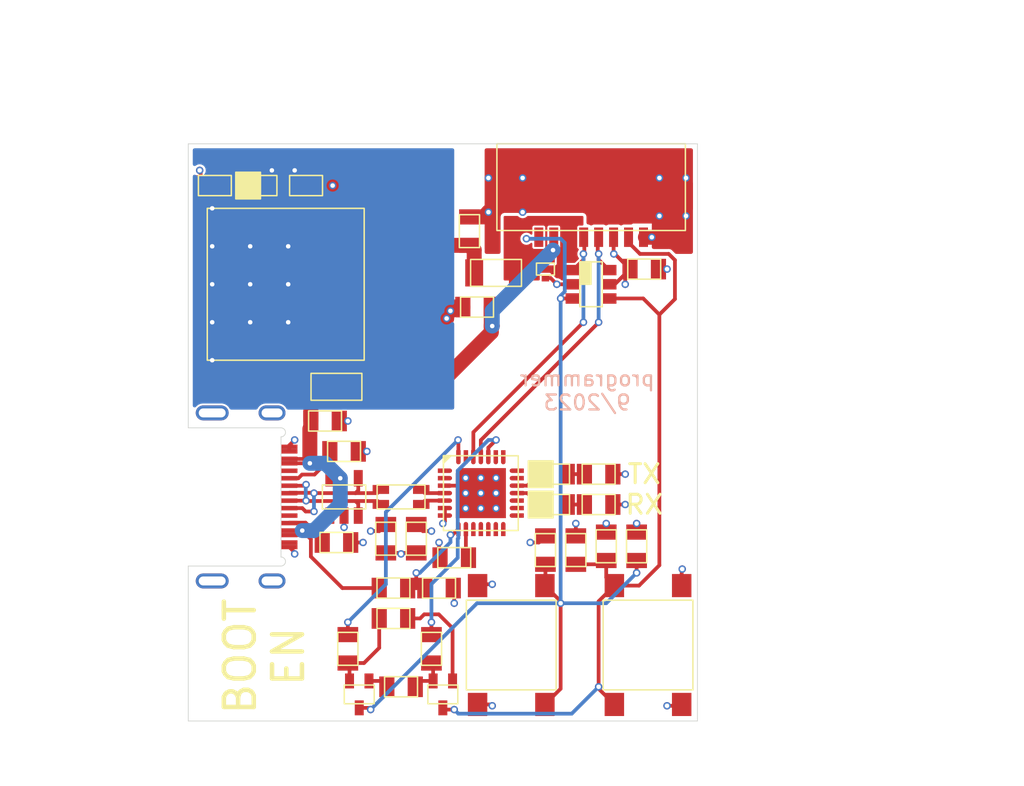
<source format=kicad_pcb>
(kicad_pcb (version 20221018) (generator pcbnew)
  (layers (0 "F.Cu" signal) (1 "In1.Cu" signal) (2 "In2.Cu" signal) (31 "B.Cu" signal) (34 "B.Paste" user) (35 "F.Paste" user) (36 "B.SilkS" user "B.Silkscreen") (37 "F.SilkS" user "F.Silkscreen") (38 "B.Mask" user) (39 "F.Mask" user) (44 "Edge.Cuts" user))
  (net 0 "")
  (net 1 "/Interface/EN")
  (net 2 "/Interface/IO0")
  (net 3 "/Interface/TXD")
  (net 4 "/Interface/RXD")
  (net 5 "Net-(Q1-G)")
  (net 6 "/Reset Logic/~{RTS}")
  (net 7 "Net-(Q2-G)")
  (net 8 "/Reset Logic/~{DTR}")
  (net 9 "/UART/D-")
  (net 10 "/UART/D+")
  (net 11 "GND")
  (net 12 "+3V3")
  (net 13 "+5V")
  (net 14 "VBUS")
  (net 15 "Net-(Q1-S)")
  (net 16 "Net-(Q2-S)")
  (net 17 "Net-(U1-INPUT)")
  (net 18 "Net-(D1-Pad1)")
  (net 19 "Net-(D5-IO1)")
  (net 20 "Net-(D5-IO2)")
  (net 21 "Net-(D4-K)")
  (net 22 "Net-(D4-A)")
  (net 23 "Net-(J2-CC1)")
  (net 25 "Net-(J2-CC2)")
  (net 27 "Net-(U2-~{RST})")
  (net 28 "Net-(U2-VBUS)")
  (net 44 "Net-(D2-K2)")
  (net 45 "Net-(D6-K)")
  (net 46 "Net-(D6-A)")
  (footprint "zandmd:PASSIVE-NPOL-0805" (layer "F.Cu") (at 131.572 65.024 -90)
    (fp_text reference "C9")
    (fp_text value "0.1 uF")
  )
  (footprint "zandmd:PASSIVE-NPOL-0805" (layer "F.Cu") (at 129.032 62.23)
    (fp_text reference "R4")
    (fp_text value "330")
  )
  (footprint "zandmd:PASSIVE-NPOL-0805" (layer "F.Cu") (at 129.032 60.198)
    (fp_text reference "R3")
    (fp_text value "330")
  )
  (footprint "zandmd:PTS645SM43SMTR92 LFS" (layer "F.Cu") (at 123.19 71.628 90)
    (fp_text reference "S1")
    (fp_text value "PTS645SM43SMTR92 LFS")
  )
  (footprint "zandmd:744232090" (layer "F.Cu") (at 115.824 61.722)
    (fp_text reference "T1")
    (fp_text value "744232090")
  )
  (footprint "zandmd:PASSIVE-NPOL-0805" (layer "F.Cu") (at 132.08 46.482 180)
    (fp_text reference "C3")
    (fp_text value "1 uF")
  )
  (footprint "zandmd:PASSIVE-NPOL-0805" (layer "F.Cu") (at 114.808 64.516 90)
    (fp_text reference "C6")
    (fp_text value "4.7 uF")
  )
  (footprint "zandmd:824011" (layer "F.Cu") (at 112.014 61.722)
    (fp_text reference "D5")
    (fp_text value "824011")
  )
  (footprint "zandmd:PASSIVE-NPOL-0805" (layer "F.Cu") (at 118.364 67.818 180)
    (fp_text reference "R10")
    (fp_text value "47k")
  )
  (footprint "zandmd:PASSIVE-NPOL-0805" (layer "F.Cu") (at 112.014 58.674 180)
    (fp_text reference "R2")
    (fp_text value "5.1k")
  )
  (footprint "zandmd:PASSIVE-NPOL-0805" (layer "F.Cu") (at 115.316 67.818 180)
    (fp_text reference "R9")
    (fp_text value "22k")
  )
  (footprint "zandmd:PASSIVE-NPOL-0805" (layer "F.Cu") (at 125.476 65.278 90)
    (fp_text reference "R6")
    (fp_text value "100k")
  )
  (footprint "zandmd:PASSIVE-NPOL-0805" (layer "F.Cu") (at 110.744 56.642 180)
    (fp_text reference "C5")
    (fp_text value "1 uF")
  )
  (footprint "zandmd:DF3A6.8LFV,L3F" (layer "F.Cu") (at 125.476 46.482 180)
    (fp_text reference "D2")
    (fp_text value "DF3A6.8LFV,L3F")
  )
  (footprint "zandmd:PASSIVE-POL-0805" (layer "F.Cu") (at 106.426 40.894)
    (fp_text reference "D1")
    (fp_text value "RED")
  )
  (footprint "zandmd:PTS645SM43SMTR92 LFS" (layer "F.Cu") (at 132.334 71.628 -90)
    (fp_text reference "S2")
    (fp_text value "PTS645SM43SMTR92 LFS")
  )
  (footprint "zandmd:BSS816NWH6327XTSA1" (layer "F.Cu") (at 113.03 74.93 180)
    (fp_text reference "Q1")
    (fp_text value "BSS816NWH6327XTSA1")
  )
  (footprint "zandmd:PASSIVE-NPOL-1206" (layer "F.Cu") (at 122.174 46.736)
    (fp_text reference "F1")
    (fp_text value "3 A")
  )
  (footprint "zandmd:CF25081D0R0-10-NH" (layer "F.Cu") (at 128.532 38.1 180)
    (fp_text reference "J1")
    (fp_text value "CF25081D0R0-10-NH")
  )
  (footprint "zandmd:PASSIVE-NPOL-0805" (layer "F.Cu") (at 115.316 69.85)
    (fp_text reference "R11")
    (fp_text value "10k")
  )
  (footprint "zandmd:PASSIVE-NPOL-0805" (layer "F.Cu") (at 120.396 43.942 -90)
    (fp_text reference "C2")
    (fp_text value "10 uF")
  )
  (footprint "zandmd:PASSIVE-NPOL-0805" (layer "F.Cu") (at 127.508 65.278 90)
    (fp_text reference "R7")
    (fp_text value "100k")
  )
  (footprint "zandmd:PASSIVE-NPOL-0805" (layer "F.Cu") (at 112.268 71.882 -90)
    (fp_text reference "R12")
    (fp_text value "100")
  )
  (footprint "zandmd:PASSIVE-NPOL-0805" (layer "F.Cu") (at 111.506 64.77 180)
    (fp_text reference "R5")
    (fp_text value "5.1k")
  )
  (footprint "zandmd:PASSIVE-NPOL-0805" (layer "F.Cu") (at 109.474 40.894 180)
    (fp_text reference "C1")
    (fp_text value "22 uF")
  )
  (footprint "zandmd:PASSIVE-NPOL-0805" (layer "F.Cu") (at 117.856 71.882 -90)
    (fp_text reference "R13")
    (fp_text value "100")
  )
  (footprint "zandmd:USB4520-03-0-A" (layer "F.Cu") (at 101.6 61.722 -90)
    (fp_text reference "J2")
    (fp_text value "USB4520-03-0-A")
    (fp_line (start -4.62 0) (end -4.62 -6.2) (stroke (width 0.05)) (layer "Edge.Cuts"))
    (fp_line (start -4.02 -6.2) (end 4.02 -6.2) (stroke (width 0.05)) (layer "Edge.Cuts"))
    (fp_line (start 4.62 0) (end 4.62 -6.2) (stroke (width 0.05)) (layer "Edge.Cuts"))
    (fp_arc (start -4.62 -6.2) (mid -4.32 -6.5) (end -4.02 -6.2) (stroke (width 0.05)) (layer "Edge.Cuts"))
    (fp_arc (start 4.02 -6.2) (mid 4.32 -6.5) (end 4.62 -6.2) (stroke (width 0.05)) (layer "Edge.Cuts"))
  )
  (footprint "zandmd:PASSIVE-NPOL-0805" (layer "F.Cu") (at 129.54 65.024 -90)
    (fp_text reference "C8")
    (fp_text value "0.1 uF")
  )
  (footprint "zandmd:BSS816NWH6327XTSA1" (layer "F.Cu") (at 118.618 74.93 180)
    (fp_text reference "Q2")
    (fp_text value "BSS816NWH6327XTSA1")
  )
  (footprint "zandmd:PASSIVE-NPOL-0805" (layer "F.Cu") (at 120.904 49.022)
    (fp_text reference "C4")
    (fp_text value "1 uF")
  )
  (footprint "zandmd:PASSIVE-NPOL-0805" (layer "F.Cu") (at 119.38 65.786 180)
    (fp_text reference "R8")
    (fp_text value "10k")
  )
  (footprint "zandmd:PASSIVE-NPOL-0805" (layer "F.Cu") (at 115.824 74.422 180)
    (fp_text reference "R14")
    (fp_text value "10k")
  )
  (footprint "zandmd:PASSIVE-POL-0805" (layer "F.Cu") (at 125.984 62.23)
    (fp_text reference "D6")
    (fp_text value "ORANGE")
  )
  (footprint "zandmd:PASSIVE-NPOL-0805" (layer "F.Cu") (at 116.84 64.516 90)
    (fp_text reference "C7")
    (fp_text value "0.1 uF")
  )
  (footprint "zandmd:PASSIVE-POL-0805" (layer "F.Cu") (at 125.984 60.198)
    (fp_text reference "D4")
    (fp_text value "YELLOW")
  )
  (footprint "zandmd:PASSIVE-NPOL-1206" (layer "F.Cu") (at 111.506 54.356)
    (fp_text reference "F2")
    (fp_text value "3 A")
  )
  (footprint "zandmd:CM1293A-04SO" (layer "F.Cu") (at 128.524 47.498 -90)
    (fp_text reference "D3")
    (fp_text value "CM1293A-04SO")
  )
  (footprint "zandmd:CP2102N-A02-GQFN28" (layer "F.Cu") (at 121.158 61.468)
    (fp_text reference "U2")
    (fp_text value "CP2102N-A02-GQFN28")
  )
  (footprint "zandmd:AZ1084CS2-3.3TRE1" (layer "F.Cu") (at 110.49 47.498)
    (fp_text reference "U1")
    (fp_text value "AZ1084CS2-3.3TRE1")
  )
  (footprint "zandmd:PASSIVE-NPOL-0805" (layer "F.Cu") (at 103.378 40.894)
    (fp_text reference "R1")
    (fp_text value "330")
  )
  (gr_line (start 101.6 38.1) (end 101.6 57.102) (stroke (width 0.05)) (layer "Edge.Cuts"))
  (gr_line (start 101.6 66.342) (end 101.6 76.708) (stroke (width 0.05)) (layer "Edge.Cuts"))
  (gr_line (start 135.636 38.1) (end 135.636 76.708) (stroke (width 0.05)) (layer "Edge.Cuts"))
  (gr_line (start 101.6 76.708) (end 135.636 76.708) (stroke (width 0.05)) (layer "Edge.Cuts"))
  (gr_line (start 135.636 38.1) (end 101.6 38.1) (stroke (width 0.05)) (layer "Edge.Cuts"))
  (gr_text "programmer\n9/2023" (at 128.27 54.61) (layer "B.SilkS") (effects (font (size 1 1) (thickness 0.153)) (justify mirror)))
  (gr_text "BOOT\nEN" (at 106.68 72.39 90) (layer "F.SilkS") (effects (font (size 2 2) (thickness 0.3))))
  (gr_text "TX\nRX" (at 132.08 61.214) (layer "F.SilkS") (effects (font (size 1.27 1.27) (thickness 0.2))))
  (segment (start 129.032 74.422) (end 129.032 74.551) (width 0.25) (layer "F.Cu") (net 1))
  (segment (start 133.092 49.526) (end 132.014 48.448) (width 0.25) (layer "F.Cu") (net 1))
  (segment (start 129.54 67.109) (end 130.084 67.653) (width 0.25) (layer "F.Cu") (net 1))
  (segment (start 131.733 67.653) (end 133.092 66.294) (width 0.25) (layer "F.Cu") (net 1))
  (segment (start 118.734 75.946) (end 118.618 75.83) (width 0.25) (layer "F.Cu") (net 1))
  (segment (start 133.092 66.294) (end 133.092 49.526) (width 0.25) (layer "F.Cu") (net 1))
  (segment (start 131.032 44.7) (end 131.798 45.466) (width 0.25) (layer "F.Cu") (net 1))
  (segment (start 119.38 75.946) (end 118.734 75.946) (width 0.25) (layer "F.Cu") (net 1))
  (segment (start 129.54 65.9745) (end 129.54 67.109) (width 0.25) (layer "F.Cu") (net 1))
  (segment (start 133.71705 45.466) (end 134.133 45.88195) (width 0.25) (layer "F.Cu") (net 1))
  (segment (start 132.014 48.448) (end 129.724 48.448) (width 0.25) (layer "F.Cu") (net 1))
  (segment (start 134.133 48.485) (end 133.092 49.526) (width 0.25) (layer "F.Cu") (net 1))
  (segment (start 131.798 45.466) (end 133.71705 45.466) (width 0.25) (layer "F.Cu") (net 1))
  (segment (start 130.084 67.653) (end 131.733 67.653) (width 0.25) (layer "F.Cu") (net 1))
  (segment (start 129.032 74.551) (end 130.084 75.603) (width 0.25) (layer "F.Cu") (net 1))
  (segment (start 130.084 67.653) (end 129.032 68.705) (width 0.25) (layer "F.Cu") (net 1))
  (segment (start 129.032 68.705) (end 129.032 74.422) (width 0.25) (layer "F.Cu") (net 1))
  (segment (start 127.508 66.2285) (end 129.54 66.2285) (width 0.25) (layer "F.Cu") (net 1))
  (segment (start 134.133 45.88195) (end 134.133 48.485) (width 0.25) (layer "F.Cu") (net 1))
  (segment (start 131.032 44.35) (end 131.032 44.7) (width 0.25) (layer "F.Cu") (net 1))
  (via (at 119.38 75.946) (size 0.5) (drill 0.3) (layers "F.Cu" "B.Cu") (net 1))
  (via (at 129.032 74.422) (size 0.5) (drill 0.3) (layers "F.Cu" "B.Cu") (net 1))
  (segment (start 119.655 76.221) (end 127.233 76.221) (width 0.25) (layer "B.Cu") (net 1))
  (segment (start 127.233 76.221) (end 129.032 74.422) (width 0.25) (layer "B.Cu") (net 1))
  (segment (start 119.38 75.946) (end 119.655 76.221) (width 0.25) (layer "B.Cu") (net 1))
  (segment (start 125.476 67.617) (end 125.44 67.653) (width 0.25) (layer "F.Cu") (net 2))
  (segment (start 124.206 44.45) (end 124.932 44.45) (width 0.25) (layer "F.Cu") (net 2))
  (segment (start 126.492 74.551) (end 125.44 75.603) (width 0.25) (layer "F.Cu") (net 2))
  (segment (start 125.44 67.653) (end 126.492 68.705) (width 0.25) (layer "F.Cu") (net 2))
  (segment (start 131.572 66.802) (end 131.572 65.9745) (width 0.25) (layer "F.Cu") (net 2))
  (segment (start 126.492 68.834) (end 126.492 74.551) (width 0.25) (layer "F.Cu") (net 2))
  (segment (start 126.492 68.705) (end 126.492 68.834) (width 0.25) (layer "F.Cu") (net 2))
  (segment (start 113.03 75.83) (end 113.676 75.83) (width 0.25) (layer "F.Cu") (net 2))
  (segment (start 124.932 44.45) (end 125.032 44.35) (width 0.25) (layer "F.Cu") (net 2))
  (segment (start 126.492 48.448) (end 127.324 48.448) (width 0.25) (layer "F.Cu") (net 2))
  (segment (start 125.476 66.2285) (end 125.476 67.617) (width 0.25) (layer "F.Cu") (net 2))
  (segment (start 113.676 75.83) (end 113.792 75.946) (width 0.25) (layer "F.Cu") (net 2))
  (via (at 131.572 66.802) (size 0.5) (drill 0.3) (layers "F.Cu" "B.Cu") (net 2))
  (via (at 126.492 48.448) (size 0.5) (drill 0.3) (layers "F.Cu" "B.Cu") (net 2))
  (via (at 113.792 75.946) (size 0.5) (drill 0.3) (layers "F.Cu" "B.Cu") (net 2))
  (via (at 124.206 44.45) (size 0.5) (drill 0.3) (layers "F.Cu" "B.Cu") (net 2))
  (via (at 126.492 68.834) (size 0.5) (drill 0.3) (layers "F.Cu" "B.Cu") (net 2))
  (segment (start 120.904 68.834) (end 126.492 68.834) (width 0.25) (layer "B.Cu") (net 2))
  (segment (start 126.492 48.448) (end 126.492 68.834) (width 0.25) (layer "B.Cu") (net 2))
  (segment (start 126.492 48.448) (end 126.492 48.26) (width 0.25) (layer "B.Cu") (net 2))
  (segment (start 126.492 68.834) (end 129.54 68.834) (width 0.25) (layer "B.Cu") (net 2))
  (segment (start 126.767 47.985) (end 126.767 44.725) (width 0.25) (layer "B.Cu") (net 2))
  (segment (start 126.767 44.725) (end 126.492 44.45) (width 0.25) (layer "B.Cu") (net 2))
  (segment (start 129.54 68.834) (end 131.572 66.802) (width 0.25) (layer "B.Cu") (net 2))
  (segment (start 126.492 44.45) (end 124.206 44.45) (width 0.25) (layer "B.Cu") (net 2))
  (segment (start 126.492 48.26) (end 126.767 47.985) (width 0.25) (layer "B.Cu") (net 2))
  (segment (start 113.792 75.946) (end 120.904 68.834) (width 0.25) (layer "B.Cu") (net 2))
  (segment (start 128.076 44.394) (end 128.076 45.406) (width 0.25) (layer "F.Cu") (net 3))
  (segment (start 120.658 59.068) (end 120.658 57.396) (width 0.25) (layer "F.Cu") (net 3))
  (segment (start 128.076 45.406) (end 128.016 45.466) (width 0.25) (layer "F.Cu") (net 3))
  (segment (start 128.032 44.35) (end 128.076 44.394) (width 0.25) (layer "F.Cu") (net 3))
  (segment (start 128.016 45.466) (end 128.016 45.856) (width 0.25) (layer "F.Cu") (net 3))
  (segment (start 128.016 45.856) (end 127.324 46.548) (width 0.25) (layer "F.Cu") (net 3))
  (segment (start 120.658 57.396) (end 128.016 50.038) (width 0.25) (layer "F.Cu") (net 3))
  (via (at 128.016 45.466) (size 0.5) (drill 0.3) (layers "F.Cu" "B.Cu") (net 3))
  (via (at 128.016 50.038) (size 0.5) (drill 0.3) (layers "F.Cu" "B.Cu") (net 3))
  (segment (start 128.016 45.466) (end 128.016 50.038) (width 0.25) (layer "B.Cu") (net 3))
  (segment (start 129.032 45.466) (end 129.032 45.856) (width 0.25) (layer "F.Cu") (net 4))
  (segment (start 128.972 44.41) (end 128.972 45.406) (width 0.25) (layer "F.Cu") (net 4))
  (segment (start 128.972 50.098) (end 129.032 50.038) (width 0.25) (layer "F.Cu") (net 4))
  (segment (start 121.158 59.068) (end 121.158 57.925881) (width 0.25) (layer "F.Cu") (net 4))
  (segment (start 128.972 50.11188) (end 128.972 50.098) (width 0.25) (layer "F.Cu") (net 4))
  (segment (start 128.972 45.406) (end 129.032 45.466) (width 0.25) (layer "F.Cu") (net 4))
  (segment (start 129.032 45.856) (end 129.724 46.548) (width 0.25) (layer "F.Cu") (net 4))
  (segment (start 121.158 57.925881) (end 128.972 50.11188) (width 0.25) (layer "F.Cu") (net 4))
  (segment (start 129.032 44.35) (end 128.972 44.41) (width 0.25) (layer "F.Cu") (net 4))
  (via (at 129.032 45.466) (size 0.5) (drill 0.3) (layers "F.Cu" "B.Cu") (net 4))
  (via (at 129.032 50.038) (size 0.5) (drill 0.3) (layers "F.Cu" "B.Cu") (net 4))
  (segment (start 129.032 45.466) (end 129.032 50.038) (width 0.25) (layer "B.Cu") (net 4))
  (segment (start 114.4815 74.03) (end 114.8735 74.422) (width 0.25) (layer "F.Cu") (net 5))
  (segment (start 113.68 74.03) (end 114.4815 74.03) (width 0.25) (layer "F.Cu") (net 5))
  (segment (start 122.174 57.912) (end 121.658 58.428) (width 0.25) (layer "F.Cu") (net 6))
  (segment (start 121.658 58.428) (end 121.658 59.068) (width 0.25) (layer "F.Cu") (net 6))
  (segment (start 117.856 70.104) (end 117.856 70.9315) (width 0.25) (layer "F.Cu") (net 6))
  (via (at 117.856 70.104) (size 0.5) (drill 0.3) (layers "F.Cu" "B.Cu") (net 6))
  (via (at 122.174 57.912) (size 0.5) (drill 0.3) (layers "F.Cu" "B.Cu") (net 6))
  (segment (start 121.666 57.912) (end 122.174 57.912) (width 0.25) (layer "B.Cu") (net 6))
  (segment (start 117.856 70.104) (end 117.856 67.550119) (width 0.25) (layer "B.Cu") (net 6))
  (segment (start 119.655 64.481119) (end 119.655 64.042881) (width 0.25) (layer "B.Cu") (net 6))
  (segment (start 119.613 59.965) (end 121.666 57.912) (width 0.25) (layer "B.Cu") (net 6))
  (segment (start 119.613 64.000881) (end 119.613 59.965) (width 0.25) (layer "B.Cu") (net 6))
  (segment (start 117.856 67.550119) (end 119.613 65.793119) (width 0.25) (layer "B.Cu") (net 6))
  (segment (start 119.613 65.793119) (end 119.613 64.523119) (width 0.25) (layer "B.Cu") (net 6))
  (segment (start 119.613 64.523119) (end 119.655 64.481119) (width 0.25) (layer "B.Cu") (net 6))
  (segment (start 119.655 64.042881) (end 119.613 64.000881) (width 0.25) (layer "B.Cu") (net 6))
  (segment (start 116.2665 69.85) (end 117.100941 69.85) (width 0.25) (layer "F.Cu") (net 7))
  (segment (start 117.375941 69.575) (end 118.343 69.575) (width 0.25) (layer "F.Cu") (net 7))
  (segment (start 118.343 69.575) (end 119.268 70.5) (width 0.25) (layer "F.Cu") (net 7))
  (segment (start 119.268 70.5) (end 119.268 74.03) (width 0.25) (layer "F.Cu") (net 7))
  (segment (start 117.100941 69.85) (end 117.375941 69.575) (width 0.25) (layer "F.Cu") (net 7))
  (segment (start 119.658 57.936) (end 119.658 59.068) (width 0.25) (layer "F.Cu") (net 8))
  (segment (start 119.634 57.912) (end 119.658 57.936) (width 0.25) (layer "F.Cu") (net 8))
  (segment (start 112.268 70.104) (end 112.268 70.9315) (width 0.25) (layer "F.Cu") (net 8))
  (via (at 119.634 57.912) (size 0.5) (drill 0.3) (layers "F.Cu" "B.Cu") (net 8))
  (via (at 112.268 70.104) (size 0.5) (drill 0.3) (layers "F.Cu" "B.Cu") (net 8))
  (segment (start 114.808 62.738) (end 114.808 67.564) (width 0.25) (layer "B.Cu") (net 8))
  (segment (start 119.634 57.912) (end 114.808 62.738) (width 0.25) (layer "B.Cu") (net 8))
  (segment (start 114.808 67.564) (end 112.268 70.104) (width 0.25) (layer "B.Cu") (net 8))
  (segment (start 118.758 61.968) (end 117.428 61.968) (width 0.25) (layer "F.Cu") (net 9))
  (segment (start 117.428 61.968) (end 117.174 62.222) (width 0.25) (layer "F.Cu") (net 9))
  (segment (start 118.758 61.468) (end 117.42 61.468) (width 0.25) (layer "F.Cu") (net 10))
  (segment (start 117.42 61.468) (end 117.174 61.222) (width 0.25) (layer "F.Cu") (net 10))
  (segment (start 121.666 42.666) (end 122.732 41.6) (width 1) (layer "F.Cu") (net 11))
  (segment (start 133.604 75.692) (end 134.495 75.692) (width 0.25) (layer "F.Cu") (net 11))
  (segment (start 121.3465 42.9915) (end 121.666 42.672) (width 1) (layer "F.Cu") (net 11))
  (segment (start 115.7585 65.4665) (end 115.824 65.532) (width 0.25) (layer "F.Cu") (net 11))
  (segment (start 121.029 67.564) (end 120.94 67.653) (width 0.25) (layer "F.Cu") (net 11))
  (segment (start 131.572 64.3275) (end 131.572 63.5) (width 0.25) (layer "F.Cu") (net 11))
  (segment (start 119.38 67.8835) (end 119.3145 67.818) (width 0.25) (layer "F.Cu") (net 11))
  (segment (start 134.62 66.548) (end 134.584 66.584) (width 0.25) (layer "F.Cu") (net 11))
  (segment (start 119.126 49.276) (end 119.38 49.022) (width 1) (layer "F.Cu") (net 11))
  (segment (start 116.96 50.038) (end 118.364 50.038) (width 1) (layer "F.Cu") (net 11))
  (segment (start 111.252 40.894) (end 110.4245 40.894) (width 1) (layer "F.Cu") (net 11))
  (segment (start 121.666 42.672) (end 121.666 42.666) (width 1) (layer "F.Cu") (net 11))
  (segment (start 119.126 49.276) (end 118.872 49.53) (width 1) (layer "F.Cu") (net 11))
  (segment (start 119.38 68.834) (end 119.38 67.8835) (width 0.25) (layer "F.Cu") (net 11))
  (segment (start 118.618 49.784) (end 118.872 49.784) (width 1) (layer "F.Cu") (net 11))
  (segment (start 129.54 64.3275) (end 129.54 63.5) (width 0.25) (layer "F.Cu") (net 11))
  (segment (start 121.831 75.603) (end 120.94 75.603) (width 0.25) (layer "F.Cu") (net 11))
  (segment (start 118.872 49.53) (end 118.872 49.784) (width 1) (layer "F.Cu") (net 11))
  (segment (start 115.8895 65.4665) (end 115.824 65.532) (width 0.25) (layer "F.Cu") (net 11))
  (segment (start 127.324 47.498) (end 126.238 47.498) (width 0.25) (layer "F.Cu") (net 11))
  (segment (start 113.284 64.77) (end 112.4565 64.77) (width 0.25) (layer "F.Cu") (net 11))
  (segment (start 114.808 65.4665) (end 115.7585 65.4665) (width 0.25) (layer "F.Cu") (net 11))
  (segment (start 125.822 47.082) (end 126.238 47.498) (width 0.25) (layer "F.Cu") (net 11))
  (segment (start 120.396 42.9915) (end 121.3465 42.9915) (width 1) (layer "F.Cu") (net 11))
  (segment (start 108.35 58.274) (end 108.35 58.672) (width 0.25) (layer "F.Cu") (net 11))
  (segment (start 118.364 50.038) (end 118.618 49.784) (width 1) (layer "F.Cu") (net 11))
  (segment (start 122.724 41.6) (end 122.23 41.6) (width 0.25) (layer "F.Cu") (net 11))
  (segment (start 118.758 60.968) (end 120.658 60.968) (width 0.25) (layer "F.Cu") (net 11))
  (segment (start 108.712 65.434) (end 108.35 65.072) (width 0.25) (layer "F.Cu") (net 11))
  (segment (start 134.584 66.584) (end 134.584 67.653) (width 0.25) (layer "F.Cu") (net 11))
  (segment (start 133.0305 46.482) (end 133.604 46.482) (width 0.25) (layer "F.Cu") (net 11))
  (segment (start 112.014 62.972) (end 112.014 63.754) (width 0.25) (layer "F.Cu") (net 11))
  (segment (start 102.362 39.878) (end 102.4275 39.9435) (width 0.25) (layer "F.Cu") (net 11))
  (segment (start 120.658 60.968) (end 121.158 61.468) (width 0.25) (layer "F.Cu") (net 11))
  (segment (start 108.712 57.912) (end 108.35 58.274) (width 0.25) (layer "F.Cu") (net 11))
  (segment (start 108.712 65.532) (end 108.712 65.434) (width 0.25) (layer "F.Cu") (net 11))
  (segment (start 121.66 42.672) (end 121.666 42.672) (width 0.25) (layer "F.Cu") (net 11))
  (segment (start 116.84 65.4665) (end 115.8895 65.4665) (width 0.25) (layer "F.Cu") (net 11))
  (segment (start 132.588 44.35) (end 132.159 44.35) (width 1) (layer "F.Cu") (net 11))
  (segment (start 102.4275 39.9435) (end 102.4275 40.894) (width 0.25) (layer "F.Cu") (net 11))
  (segment (start 121.92 67.564) (end 121.029 67.564) (width 0.25) (layer "F.Cu") (net 11))
  (segment (start 121.92 75.692) (end 121.831 75.603) (width 0.25) (layer "F.Cu") (net 11))
  (segment (start 119.38 49.022) (end 119.9535 49.022) (width 1) (layer "F.Cu") (net 11))
  (segment (start 111.6945 56.642) (end 112.268 56.642) (width 0.25) (layer "F.Cu") (net 11))
  (segment (start 125.476 47.082) (end 125.822 47.082) (width 0.25) (layer "F.Cu") (net 11))
  (segment (start 134.495 75.692) (end 134.584 75.603) (width 0.25) (layer "F.Cu") (net 11))
  (via (at 133.096 40.386) (size 0.5) (drill 0.3) (layers "F.Cu" "B.Cu") (net 11))
  (via (at 133.096 42.926) (size 0.5) (drill 0.3) (layers "F.Cu" "B.Cu") (net 11))
  (via (at 108.712 65.532) (size 0.5) (drill 0.3) (layers "F.Cu" "B.Cu") (net 11))
  (via (at 134.874 42.926) (size 0.5) (drill 0.3) (layers "F.Cu" "B.Cu") (net 11))
  (via (at 102.362 39.878) (size 0.5) (drill 0.3) (layers "F.Cu" "B.Cu") (net 11))
  (via (at 122.174 60.452) (size 0.5) (drill 0.3) (layers "F.Cu" "B.Cu") (net 11))
  (via (at 129.54 63.5) (size 0.5) (drill 0.3) (layers "F.Cu" "B.Cu") (net 11))
  (via (at 121.158 60.452) (size 0.5) (drill 0.3) (layers "F.Cu" "B.Cu") (net 11))
  (via (at 113.284 64.77) (size 0.5) (drill 0.3) (layers "F.Cu" "B.Cu") (net 11))
  (via (at 134.62 66.548) (size 0.5) (drill 0.3) (layers "F.Cu" "B.Cu") (net 11))
  (via (at 131.572 63.5) (size 0.5) (drill 0.3) (layers "F.Cu" "B.Cu") (net 11))
  (via (at 133.604 46.482) (size 0.5) (drill 0.3) (layers "F.Cu" "B.Cu") (net 11))
  (via (at 122.174 62.484) (size 0.5) (drill 0.3) (layers "F.Cu" "B.Cu") (net 11))
  (via (at 123.952 40.386) (size 0.5) (drill 0.3) (layers "F.Cu" "B.Cu") (net 11))
  (via (at 133.604 75.692) (size 0.5) (drill 0.3) (layers "F.Cu" "B.Cu") (net 11))
  (via (at 121.158 62.484) (size 0.5) (drill 0.3) (layers "F.Cu" "B.Cu") (net 11))
  (via (at 108.712 57.912) (size 0.5) (drill 0.3) (layers "F.Cu" "B.Cu") (net 11))
  (via (at 122.174 61.468) (size 0.5) (drill 0.3) (layers "F.Cu" "B.Cu") (net 11))
  (via (at 121.666 42.672) (size 0.5) (drill 0.3) (layers "F.Cu" "B.Cu") (net 11))
  (via (at 134.874 40.386) (size 0.5) (drill 0.3) (layers "F.Cu" "B.Cu") (net 11))
  (via (at 121.666 40.386) (size 0.5) (drill 0.3) (layers "F.Cu" "B.Cu") (net 11))
  (via (at 121.92 75.692) (size 0.5) (drill 0.3) (layers "F.Cu" "B.Cu") (net 11))
  (via (at 132.588 44.35) (size 0.5) (drill 0.3) (layers "F.Cu" "B.Cu") (net 11))
  (via (at 119.38 68.834) (size 0.5) (drill 0.3) (layers "F.Cu" "B.Cu") (net 11))
  (via (at 126.238 47.498) (size 0.5) (drill 0.3) (layers "F.Cu" "B.Cu") (net 11))
  (via (at 120.142 61.468) (size 0.5) (drill 0.3) (layers "F.Cu" "B.Cu") (net 11))
  (via (at 112.268 56.642) (size 0.5) (drill 0.3) (layers "F.Cu" "B.Cu") (net 11))
  (via (at 113.538 58.674) (size 0.5) (drill 0.3) (layers "F.Cu" "B.Cu") (net 11))
  (via (at 120.142 60.452) (size 0.5) (drill 0.3) (layers "F.Cu" "B.Cu") (net 11))
  (via (at 112.014 63.754) (size 0.5) (drill 0.3) (layers "F.Cu" "B.Cu") (net 11))
  (via (at 123.952 42.672) (size 0.5) (drill 0.3) (layers "F.Cu" "B.Cu") (net 11))
  (via (at 121.92 67.564) (size 0.5) (drill 0.3) (layers "F.Cu" "B.Cu") (net 11))
  (via (at 119.126 49.276) (size 0.5) (drill 0.3) (layers "F.Cu" "B.Cu") (net 11))
  (via (at 121.158 61.468) (size 0.5) (drill 0.3) (layers "F.Cu" "B.Cu") (net 11))
  (via (at 118.872 49.784) (size 0.5) (drill 0.3) (layers "F.Cu" "B.Cu") (net 11))
  (via (at 115.824 65.532) (size 0.5) (drill 0.3) (layers "F.Cu" "B.Cu") (net 11))
  (via (at 111.252 40.894) (size 0.5) (drill 0.3) (layers "F.Cu" "B.Cu") (net 11))
  (via (at 120.142 62.484) (size 0.5) (drill 0.3) (layers "F.Cu" "B.Cu") (net 11))
  (segment (start 130.81 46.8015) (end 131.1295 46.482) (width 0.25) (layer "F.Cu") (net 12))
  (segment (start 125.0335 64.77) (end 125.476 64.3275) (width 0.25) (layer "F.Cu") (net 12))
  (segment (start 113.792 64.008) (end 114.3655 64.008) (width 0.25) (layer "F.Cu") (net 12))
  (segment (start 118.364 64.77) (end 118.364 65.7205) (width 0.25) (layer "F.Cu") (net 12))
  (segment (start 130.032 44.35) (end 130.032 45.3845) (width 0.25) (layer "F.Cu") (net 12))
  (segment (start 118.364 65.7205) (end 118.4295 65.786) (width 0.25) (layer "F.Cu") (net 12))
  (segment (start 117.856 64.008) (end 117.2825 64.008) (width 0.25) (layer "F.Cu") (net 12))
  (segment (start 130.81 62.23) (end 129.9825 62.23) (width 0.25) (layer "F.Cu") (net 12))
  (segment (start 107.188 40.7055) (end 107.3765 40.894) (width 0.25) (layer "F.Cu") (net 12))
  (segment (start 117.2825 64.008) (end 116.84 63.5655) (width 0.25) (layer "F.Cu") (net 12))
  (segment (start 130.81 47.498) (end 130.81 46.8015) (width 0.25) (layer "F.Cu") (net 12))
  (segment (start 118.758 63.36) (end 118.618 63.5) (width 0.25) (layer "F.Cu") (net 12))
  (segment (start 118.758 62.968) (end 118.758 63.36) (width 0.25) (layer "F.Cu") (net 12))
  (segment (start 124.46 64.77) (end 125.0335 64.77) (width 0.25) (layer "F.Cu") (net 12))
  (segment (start 118.758 62.468) (end 118.758 62.968) (width 0.25) (layer "F.Cu") (net 12))
  (segment (start 114.3655 64.008) (end 114.808 63.5655) (width 0.25) (layer "F.Cu") (net 12))
  (segment (start 129.724 47.498) (end 130.1135 47.498) (width 0.25) (layer "F.Cu") (net 12))
  (segment (start 107.188 39.878) (end 107.188 40.7055) (width 0.25) (layer "F.Cu") (net 12))
  (segment (start 108.5235 40.894) (end 108.5235 40.0665) (width 1) (layer "F.Cu") (net 12))
  (segment (start 130.81 60.198) (end 129.9825 60.198) (width 0.25) (layer "F.Cu") (net 12))
  (segment (start 127.508 63.5) (end 127.508 64.3275) (width 0.25) (layer "F.Cu") (net 12))
  (segment (start 130.1135 47.498) (end 131.1295 46.482) (width 0.25) (layer "F.Cu") (net 12))
  (segment (start 130.032 45.3845) (end 131.1295 46.482) (width 0.25) (layer "F.Cu") (net 12))
  (segment (start 108.5235 40.0665) (end 108.712 39.878) (width 1) (layer "F.Cu") (net 12))
  (via (at 105.74 44.958) (size 0.5) (drill 0.3) (layers "F.Cu" "B.Cu") (net 12))
  (via (at 118.618 63.5) (size 0.5) (drill 0.3) (layers "F.Cu" "B.Cu") (net 12))
  (via (at 108.28 47.498) (size 0.5) (drill 0.3) (layers "F.Cu" "B.Cu") (net 12))
  (via (at 108.712 39.878) (size 0.5) (drill 0.3) (layers "F.Cu" "B.Cu") (net 12))
  (via (at 108.28 50.038) (size 0.5) (drill 0.3) (layers "F.Cu" "B.Cu") (net 12))
  (via (at 118.364 64.77) (size 0.5) (drill 0.3) (layers "F.Cu" "B.Cu") (net 12))
  (via (at 107.188 39.878) (size 0.5) (drill 0.3) (layers "F.Cu" "B.Cu") (net 12))
  (via (at 103.2 50.038) (size 0.5) (drill 0.3) (layers "F.Cu" "B.Cu") (net 12))
  (via (at 113.792 64.008) (size 0.5) (drill 0.3) (layers "F.Cu" "B.Cu") (net 12))
  (via (at 127.508 63.5) (size 0.5) (drill 0.3) (layers "F.Cu" "B.Cu") (net 12))
  (via (at 105.74 50.038) (size 0.5) (drill 0.3) (layers "F.Cu" "B.Cu") (net 12))
  (via (at 124.46 64.77) (size 0.5) (drill 0.3) (layers "F.Cu" "B.Cu") (net 12))
  (via (at 105.74 47.498) (size 0.5) (drill 0.3) (layers "F.Cu" "B.Cu") (net 12))
  (via (at 130.81 47.498) (size 0.5) (drill 0.3) (layers "F.Cu" "B.Cu") (net 12))
  (via (at 103.2 52.578) (size 0.5) (drill 0.3) (layers "F.Cu" "B.Cu") (net 12))
  (via (at 130.81 60.198) (size 0.5) (drill 0.3) (layers "F.Cu" "B.Cu") (net 12))
  (via (at 103.2 42.418) (size 0.5) (drill 0.3) (layers "F.Cu" "B.Cu") (net 12))
  (via (at 117.856 64.008) (size 0.5) (drill 0.3) (layers "F.Cu" "B.Cu") (net 12))
  (via (at 108.28 44.958) (size 0.5) (drill 0.3) (layers "F.Cu" "B.Cu") (net 12))
  (via (at 103.2 47.498) (size 0.5) (drill 0.3) (layers "F.Cu" "B.Cu") (net 12))
  (via (at 130.048 45.466) (size 0.5) (drill 0.3) (layers "F.Cu" "B.Cu") (net 12))
  (via (at 103.2 44.958) (size 0.5) (drill 0.3) (layers "F.Cu" "B.Cu") (net 12))
  (via (at 130.81 62.23) (size 0.5) (drill 0.3) (layers "F.Cu" "B.Cu") (net 12))
  (segment (start 125.876 45.32) (end 125.984 45.212) (width 0.25) (layer "F.Cu") (net 13))
  (segment (start 125.876 44.506) (end 126.032 44.35) (width 0.25) (layer "F.Cu") (net 13))
  (segment (start 121.92 50.292) (end 121.8545 50.2265) (width 1) (layer "F.Cu") (net 13))
  (segment (start 121.8545 50.71275) (end 121.8545 50.3575) (width 1) (layer "F.Cu") (net 13))
  (segment (start 112.9661 54.356) (end 118.21125 54.356) (width 1) (layer "F.Cu") (net 13))
  (segment (start 118.21125 54.356) (end 121.8545 50.71275) (width 1) (layer "F.Cu") (net 13))
  (segment (start 125.876 45.882) (end 125.876 45.32) (width 0.25) (layer "F.Cu") (net 13))
  (segment (start 121.8545 50.3575) (end 121.92 50.292) (width 1) (layer "F.Cu") (net 13))
  (segment (start 121.8545 50.2265) (end 121.8545 49.022) (width 1) (layer "F.Cu") (net 13))
  (segment (start 125.984 45.212) (end 125.876 45.104) (width 0.25) (layer "F.Cu") (net 13))
  (segment (start 125.876 45.104) (end 125.876 44.506) (width 0.25) (layer "F.Cu") (net 13))
  (via (at 125.984 45.212) (size 0.5) (drill 0.3) (layers "F.Cu" "B.Cu") (net 13))
  (via (at 121.92 50.292) (size 0.5) (drill 0.3) (layers "F.Cu" "B.Cu") (net 13))
  (segment (start 121.92 49.276) (end 125.984 45.212) (width 1) (layer "B.Cu") (net 13))
  (segment (start 121.92 50.292) (end 121.92 49.276) (width 1) (layer "B.Cu") (net 13))
  (segment (start 109.7935 56.642) (end 109.7935 54.6084) (width 1) (layer "F.Cu") (net 14))
  (segment (start 109.728 59.472) (end 109.728 59.182) (width 0.25) (layer "F.Cu") (net 14))
  (segment (start 109.22 63.972) (end 108.35 63.972) (width 0.25) (layer "F.Cu") (net 14))
  (segment (start 111.76 60.472) (end 111.064 60.472) (width 0.25) (layer "F.Cu") (net 14))
  (segment (start 109.728 59.182) (end 109.728 57.166511) (width 1) (layer "F.Cu") (net 14))
  (segment (start 109.728 59.182) (end 108.36 59.182) (width 0.25) (layer "F.Cu") (net 14))
  (segment (start 114.3655 67.818) (end 111.90095 67.818) (width 0.25) (layer "F.Cu") (net 14))
  (segment (start 109.728 59.472) (end 108.35 59.472) (width 0.25) (layer "F.Cu") (net 14))
  (segment (start 109.464 64.272) (end 108.35 64.272) (width 0.25) (layer "F.Cu") (net 14))
  (segment (start 111.90095 67.818) (end 109.7957 65.71275) (width 0.25) (layer "F.Cu") (net 14))
  (segment (start 109.7957 64.5477) (end 109.492 64.244) (width 0.25) (layer "F.Cu") (net 14))
  (segment (start 109.492 64.244) (end 109.22 63.972) (width 0.25) (layer "F.Cu") (net 14))
  (segment (start 109.492 64.244) (end 109.464 64.272) (width 0.25) (layer "F.Cu") (net 14))
  (segment (start 109.7935 54.6084) (end 110.0459 54.356) (width 1) (layer "F.Cu") (net 14))
  (segment (start 108.36 59.182) (end 108.35 59.172) (width 0.25) (layer "F.Cu") (net 14))
  (segment (start 109.7957 65.71275) (end 109.7957 64.5477) (width 0.25) (layer "F.Cu") (net 14))
  (via (at 111.76 60.472) (size 0.5) (drill 0.3) (layers "F.Cu" "B.Cu") (net 14))
  (via (at 109.728 59.472) (size 0.5) (drill 0.3) (layers "F.Cu" "B.Cu") (net 14))
  (via (at 109.22 63.972) (size 0.5) (drill 0.3) (layers "F.Cu" "B.Cu") (net 14))
  (segment (start 111.76 62.21745) (end 111.76 60.472) (width 1) (layer "B.Cu") (net 14))
  (segment (start 109.22 63.972) (end 110.00545 63.972) (width 1) (layer "B.Cu") (net 14))
  (segment (start 109.728 59.472) (end 110.76 59.472) (width 1) (layer "B.Cu") (net 14))
  (segment (start 110.76 59.472) (end 111.76 60.472) (width 1) (layer "B.Cu") (net 14))
  (segment (start 110.00545 63.972) (end 111.76 62.21745) (width 1) (layer "B.Cu") (net 14))
  (segment (start 113.3495 72.8325) (end 112.268 72.8325) (width 0.25) (layer "F.Cu") (net 15))
  (segment (start 112.38 72.9445) (end 112.268 72.8325) (width 0.25) (layer "F.Cu") (net 15))
  (segment (start 114.3655 69.85) (end 114.3655 71.8165) (width 0.25) (layer "F.Cu") (net 15))
  (segment (start 114.3655 71.8165) (end 113.3495 72.8325) (width 0.25) (layer "F.Cu") (net 15))
  (segment (start 112.38 74.03) (end 112.38 72.9445) (width 0.25) (layer "F.Cu") (net 15))
  (segment (start 117.968 74.03) (end 117.1665 74.03) (width 0.25) (layer "F.Cu") (net 16))
  (segment (start 117.1665 74.03) (end 116.7745 74.422) (width 0.25) (layer "F.Cu") (net 16))
  (segment (start 117.968 72.9445) (end 117.856 72.8325) (width 0.25) (layer "F.Cu") (net 16))
  (segment (start 117.968 74.03) (end 117.968 72.9445) (width 0.25) (layer "F.Cu") (net 16))
  (segment (start 120.7139 46.736) (end 120.7139 45.2104) (width 1) (layer "F.Cu") (net 17))
  (segment (start 120.7139 45.2104) (end 120.396 44.8925) (width 1) (layer "F.Cu") (net 17))
  (segment (start 117.0255 44.8925) (end 116.96 44.958) (width 1) (layer "F.Cu") (net 17))
  (segment (start 120.396 44.8925) (end 117.0255 44.8925) (width 1) (layer "F.Cu") (net 17))
  (segment (start 105.4755 40.894) (end 104.3285 40.894) (width 0.25) (layer "F.Cu") (net 18))
  (segment (start 109.474 60.8965) (end 109.3985 60.972) (width 0.25) (layer "F.Cu") (net 19))
  (segment (start 112.964 62.185) (end 112.776 61.997) (width 0.25) (layer "F.Cu") (net 19))
  (segment (start 112.776 61.997) (end 114.249 61.997) (width 0.25) (layer "F.Cu") (net 19))
  (segment (start 109.474 61.976) (end 109.47 61.972) (width 0.25) (layer "F.Cu") (net 19))
  (segment (start 109.47 61.972) (end 108.35 61.972) (width 0.25) (layer "F.Cu") (net 19))
  (segment (start 109.495 61.997) (end 112.776 61.997) (width 0.25) (layer "F.Cu") (net 19))
  (segment (start 109.474 61.976) (end 109.495 61.997) (width 0.25) (layer "F.Cu") (net 19))
  (segment (start 109.3985 60.972) (end 108.35 60.972) (width 0.25) (layer "F.Cu") (net 19))
  (segment (start 112.964 62.972) (end 112.964 62.185) (width 0.25) (layer "F.Cu") (net 19))
  (segment (start 114.249 61.997) (end 114.474 62.222) (width 0.25) (layer "F.Cu") (net 19))
  (via (at 109.474 61.976) (size 0.5) (drill 0.3) (layers "F.Cu" "B.Cu") (net 19))
  (via (at 109.474 60.8965) (size 0.5) (drill 0.3) (layers "F.Cu" "B.Cu") (net 19))
  (segment (start 109.474 60.8965) (end 109.453 60.9175) (width 0.25) (layer "B.Cu") (net 19))
  (segment (start 109.453 61.955) (end 109.474 61.976) (width 0.25) (layer "B.Cu") (net 19))
  (segment (start 109.453 60.9175) (end 109.453 61.955) (width 0.25) (layer "B.Cu") (net 19))
  (segment (start 108.375 61.447) (end 108.35 61.472) (width 0.25) (layer "F.Cu") (net 20))
  (segment (start 110.003 61.468) (end 112.776 61.468) (width 0.25) (layer "F.Cu") (net 20))
  (segment (start 108.35 62.472) (end 109.221881 62.472) (width 0.25) (layer "F.Cu") (net 20))
  (segment (start 110.003 61.468) (end 109.982 61.447) (width 0.25) (layer "F.Cu") (net 20))
  (segment (start 114.228 61.468) (end 114.474 61.222) (width 0.25) (layer "F.Cu") (net 20))
  (segment (start 109.982 61.447) (end 108.375 61.447) (width 0.25) (layer "F.Cu") (net 20))
  (segment (start 112.964 60.472) (end 112.964 61.28) (width 0.25) (layer "F.Cu") (net 20))
  (segment (start 112.964 61.28) (end 112.776 61.468) (width 0.25) (layer "F.Cu") (net 20))
  (segment (start 109.221881 62.472) (end 109.445881 62.696) (width 0.25) (layer "F.Cu") (net 20))
  (segment (start 112.776 61.468) (end 114.228 61.468) (width 0.25) (layer "F.Cu") (net 20))
  (segment (start 109.445881 62.696) (end 110.003 62.696) (width 0.25) (layer "F.Cu") (net 20))
  (via (at 110.003 61.468) (size 0.5) (drill 0.3) (layers "F.Cu" "B.Cu") (net 20))
  (via (at 110.003 62.696) (size 0.5) (drill 0.3) (layers "F.Cu" "B.Cu") (net 20))
  (segment (start 110.003 61.468) (end 110.003 62.696) (width 0.25) (layer "B.Cu") (net 20))
  (segment (start 124.2635 60.968) (end 125.0335 60.198) (width 0.25) (layer "F.Cu") (net 21))
  (segment (start 123.558 60.968) (end 124.2635 60.968) (width 0.25) (layer "F.Cu") (net 21))
  (segment (start 126.9345 60.198) (end 128.0815 60.198) (width 0.25) (layer "F.Cu") (net 22))
  (segment (start 110.512 59.2255) (end 110.512 59.751489) (width 0.25) (layer "F.Cu") (net 23))
  (segment (start 108.959881 60.472) (end 108.35 60.472) (width 0.25) (layer "F.Cu") (net 23))
  (segment (start 110.512 59.751489) (end 110.039489 60.224) (width 0.25) (layer "F.Cu") (net 23))
  (segment (start 111.0635 58.674) (end 110.512 59.2255) (width 0.25) (layer "F.Cu") (net 23))
  (segment (start 110.039489 60.224) (end 109.207881 60.224) (width 0.25) (layer "F.Cu") (net 23))
  (segment (start 109.207881 60.224) (end 108.959881 60.472) (width 0.25) (layer "F.Cu") (net 23))
  (segment (start 108.35 63.472) (end 108.379 63.443) (width 0.25) (layer "F.Cu") (net 25))
  (segment (start 110.5555 64.559381) (end 110.5555 64.77) (width 0.25) (layer "F.Cu") (net 25))
  (segment (start 108.379 63.443) (end 109.439119 63.443) (width 0.25) (layer "F.Cu") (net 25))
  (segment (start 109.439119 63.443) (end 110.5555 64.559381) (width 0.25) (layer "F.Cu") (net 25))
  (segment (start 120.158 65.6135) (end 120.3305 65.786) (width 0.25) (layer "F.Cu") (net 27))
  (segment (start 120.158 63.868) (end 120.158 65.6135) (width 0.25) (layer "F.Cu") (net 27))
  (segment (start 116.84 66.802) (end 116.84 67.818) (width 0.25) (layer "F.Cu") (net 28))
  (segment (start 119.264 64.262) (end 119.658 63.868) (width 0.25) (layer "F.Cu") (net 28))
  (segment (start 116.84 67.818) (end 116.2665 67.818) (width 0.25) (layer "F.Cu") (net 28))
  (segment (start 117.4135 67.818) (end 116.84 67.818) (width 0.25) (layer "F.Cu") (net 28))
  (segment (start 119.126 64.262) (end 119.264 64.262) (width 0.25) (layer "F.Cu") (net 28))
  (via (at 119.126 64.262) (size 0.5) (drill 0.3) (layers "F.Cu" "B.Cu") (net 28))
  (via (at 116.84 66.802) (size 0.5) (drill 0.3) (layers "F.Cu" "B.Cu") (net 28))
  (segment (start 117.080119 66.802) (end 119.126 64.756119) (width 0.25) (layer "B.Cu") (net 28))
  (segment (start 119.126 64.756119) (end 119.126 64.262) (width 0.25) (layer "B.Cu") (net 28))
  (segment (start 116.84 66.802) (end 117.080119 66.802) (width 0.25) (layer "B.Cu") (net 28))
  (segment (start 127.032 44.35) (end 127.032 44.726) (width 0.25) (layer "F.Cu") (net 44))
  (segment (start 124.2715 61.468) (end 125.0335 62.23) (width 0.25) (layer "F.Cu") (net 45))
  (segment (start 123.558 61.468) (end 124.2715 61.468) (width 0.25) (layer "F.Cu") (net 45))
  (segment (start 126.9345 62.23) (end 128.0815 62.23) (width 0.25) (layer "F.Cu") (net 46))
  (zone (net 0) (net_name "") (layer "F.Cu") (connect_pads yes (clearance 0)) (min_thickness 0.25)
    (keepout (tracks allowed) (vias allowed) (pads allowed) (copperpour not_allowed) (footprints allowed))
    (fill (thermal_gap 0.5) (thermal_bridge_width 0.5) (island_removal_mode 1) (island_area_min 10))
    (polygon (pts (xy 131.318 43.434) (xy 132.588 43.434) (xy 132.588 45.466) (xy 131.318 45.466)))
  )
  (zone (net 11) (net_name "GND") (layer "F.Cu") (priority 1) (connect_pads yes (clearance 0.2)) (min_thickness 0.25) (fill yes (thermal_gap 0.5) (thermal_bridge_width 0.5))
    (polygon (pts (xy 137.16 35.56) (xy 137.16 45.466) (xy 121.412 45.466) (xy 121.412 35.56)))
  )
  (zone (net 44) (net_name "Net-(D2-K2)") (layer "F.Cu") (priority 3) (connect_pads yes (clearance 0.13)) (min_thickness 0.13) (fill yes (thermal_gap 0.5) (thermal_bridge_width 0.5))
    (polygon (pts (xy 122.682 47.244) (xy 128.016 47.244) (xy 128.016 42.926) (xy 122.682 42.926)))
  )
  (zone (net 12) (net_name "+3V3") (layer "B.Cu") (connect_pads (clearance 0.13)) (min_thickness 0.25) (fill yes (thermal_gap 0.5) (thermal_bridge_width 0.5))
    (polygon (pts (xy 99.06 35.56) (xy 119.38 35.56) (xy 119.38 55.88) (xy 99.06 55.88)))
  )
)
</source>
